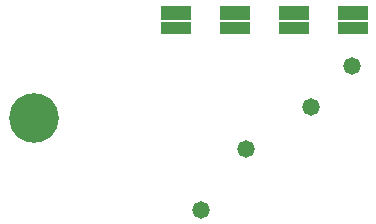
<source format=gbs>
G04*
G04 #@! TF.GenerationSoftware,Altium Limited,Altium Designer,18.0.7 (293)*
G04*
G04 Layer_Color=16711935*
%FSLAX25Y25*%
%MOIN*%
G70*
G01*
G75*
%ADD17C,0.16548*%
%ADD18C,0.05800*%
%ADD24R,0.09855X0.05131*%
%ADD25R,0.09855X0.04147*%
D17*
X324803Y354331D02*
D03*
D18*
X430900Y371500D02*
D03*
X380500Y323600D02*
D03*
X417100Y358000D02*
D03*
X395700Y343900D02*
D03*
D24*
X431102Y389173D02*
D03*
X411417D02*
D03*
X391732D02*
D03*
X372047D02*
D03*
D25*
X431102Y384134D02*
D03*
X411417D02*
D03*
X391732D02*
D03*
X372047D02*
D03*
M02*

</source>
